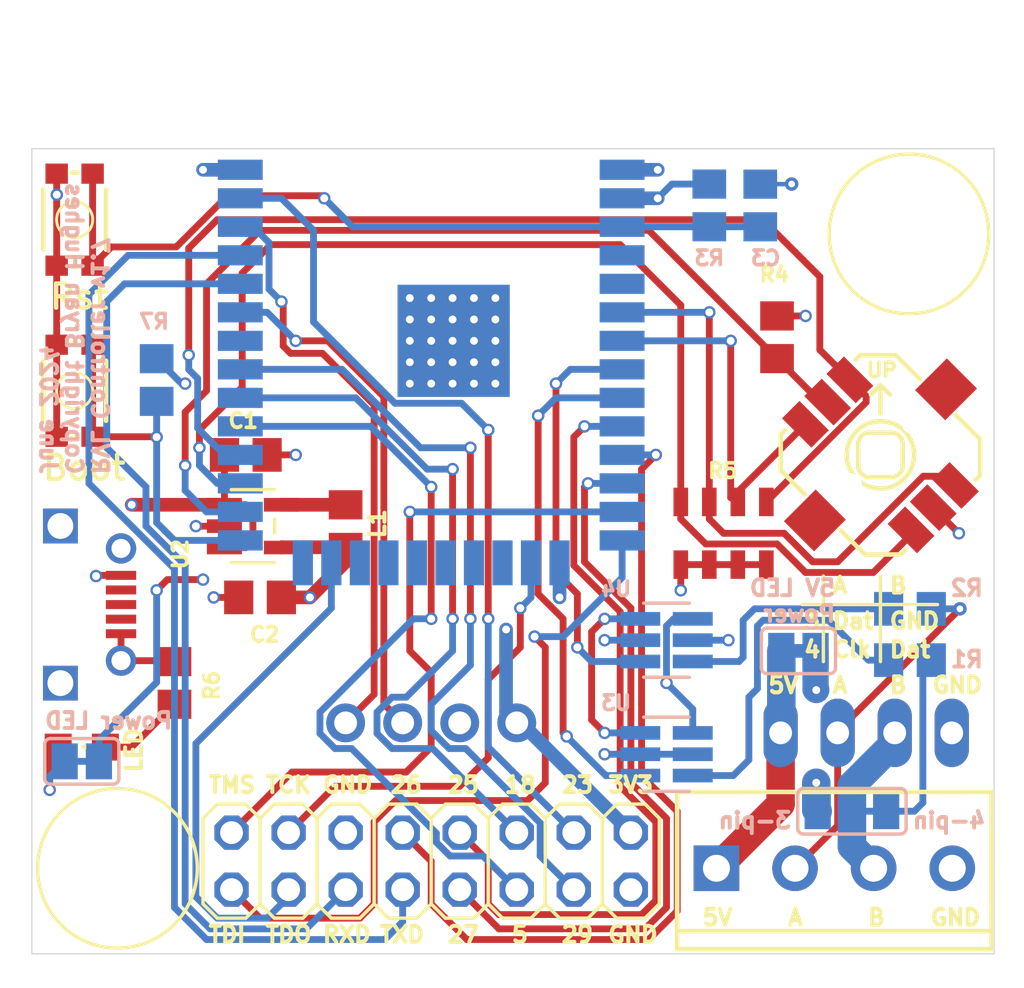
<source format=kicad_pcb>
(kicad_pcb (version 20221018) (generator pcbnew)

  (general
    (thickness 1.6)
  )

  (paper "A4")
  (layers
    (0 "F.Cu" signal)
    (1 "In1.Cu" signal)
    (2 "In2.Cu" signal)
    (31 "B.Cu" signal)
    (32 "B.Adhes" user "B.Adhesive")
    (33 "F.Adhes" user "F.Adhesive")
    (34 "B.Paste" user)
    (35 "F.Paste" user)
    (36 "B.SilkS" user "B.Silkscreen")
    (37 "F.SilkS" user "F.Silkscreen")
    (38 "B.Mask" user)
    (39 "F.Mask" user)
    (40 "Dwgs.User" user "User.Drawings")
    (41 "Cmts.User" user "User.Comments")
    (42 "Eco1.User" user "User.Eco1")
    (43 "Eco2.User" user "User.Eco2")
    (44 "Edge.Cuts" user)
    (45 "Margin" user)
    (46 "B.CrtYd" user "B.Courtyard")
    (47 "F.CrtYd" user "F.Courtyard")
    (48 "B.Fab" user)
    (49 "F.Fab" user)
    (50 "User.1" user)
    (51 "User.2" user)
    (52 "User.3" user)
    (53 "User.4" user)
    (54 "User.5" user)
    (55 "User.6" user)
    (56 "User.7" user)
    (57 "User.8" user)
    (58 "User.9" user)
  )

  (setup
    (pad_to_mask_clearance 0)
    (pcbplotparams
      (layerselection 0x00010fc_ffffffff)
      (plot_on_all_layers_selection 0x0000000_00000000)
      (disableapertmacros false)
      (usegerberextensions false)
      (usegerberattributes true)
      (usegerberadvancedattributes true)
      (creategerberjobfile true)
      (dashed_line_dash_ratio 12.000000)
      (dashed_line_gap_ratio 3.000000)
      (svgprecision 4)
      (plotframeref false)
      (viasonmask false)
      (mode 1)
      (useauxorigin false)
      (hpglpennumber 1)
      (hpglpenspeed 20)
      (hpglpendiameter 15.000000)
      (dxfpolygonmode true)
      (dxfimperialunits true)
      (dxfusepcbnewfont true)
      (psnegative false)
      (psa4output false)
      (plotreference true)
      (plotvalue true)
      (plotinvisibletext false)
      (sketchpadsonfab false)
      (subtractmaskfromsilk false)
      (outputformat 1)
      (mirror false)
      (drillshape 1)
      (scaleselection 1)
      (outputdirectory "")
    )
  )

  (net 0 "")
  (net 1 "GND")
  (net 2 "+3.3V")
  (net 3 "Net-(J1-Pad2)")
  (net 4 "+5V")
  (net 5 "LED_CLOCK")
  (net 6 "LED_DATA")
  (net 7 "Net-(J1-Pad3)")
  (net 8 "TXD")
  (net 9 "RXD")
  (net 10 "GPIO23")
  (net 11 "SDA")
  (net 12 "SCL")
  (net 13 "Net-(U2-SW)")
  (net 14 "DOWN")
  (net 15 "UP")
  (net 16 "LEFT")
  (net 17 "RIGHT")
  (net 18 "CENTER")
  (net 19 "TDO")
  (net 20 "TDI")
  (net 21 "TCK")
  (net 22 "TMS")
  (net 23 "Net-(LED1-PadC)")
  (net 24 "GPIO27")
  (net 25 "GPIO25")
  (net 26 "GPIO26")
  (net 27 "Net-(U3-A)")
  (net 28 "Net-(U4-A)")
  (net 29 "GPIO5")
  (net 30 "GPIO18")
  (net 31 "GPIO19")
  (net 32 "Net-(U$2-EN)")
  (net 33 "Net-(U$2-IO0)")
  (net 34 "unconnected-(U$2-SENSOR_VP-Pad4)")
  (net 35 "unconnected-(U$2-SENSOR_VN-Pad5)")
  (net 36 "unconnected-(U$2-SD2-Pad17)")
  (net 37 "unconnected-(U$2-SD3-Pad18)")
  (net 38 "unconnected-(U$2-CMD-Pad19)")
  (net 39 "unconnected-(U$2-CLK-Pad20)")
  (net 40 "unconnected-(U$2-SD0-Pad21)")
  (net 41 "unconnected-(U$2-SD1-Pad22)")
  (net 42 "unconnected-(U$2-IO2-Pad24)")
  (net 43 "unconnected-(U$2-NC-Pad32)")
  (net 44 "unconnected-(U1-D--Pad2)")
  (net 45 "unconnected-(U1-D+-Pad3)")
  (net 46 "unconnected-(U1-ID-Pad4)")

  (footprint "controller:SCREWTERMINAL-3.5MM-4" (layer "F.Cu") (at 157.55985 119.1261))

  (footprint "controller:R0805" (layer "F.Cu") (at 133.42985 110.8711 -90))

  (footprint "controller:1X04" (layer "F.Cu") (at 164.22735 113.0936))

  (footprint "controller:MF05A-M" (layer "F.Cu") (at 136.92235 103.8861))

  (footprint "MountingHole:MountingHole_3.5mm" (layer "F.Cu") (at 166.116 90.932))

  (footprint "controller:TACTILE_SWITCH_SMD_4.6X2.8MM" (layer "F.Cu") (at 128.98485 97.8536 90))

  (footprint "controller:TACTILE_SWITCH_SMD_4.6X2.8MM" (layer "F.Cu") (at 128.98485 90.2336 -90))

  (footprint "controller:CHIPLED_0805" (layer "F.Cu") (at 129.30235 113.7286 -90))

  (footprint "controller:R0805" (layer "F.Cu") (at 160.2586 95.47235 90))

  (footprint "controller:JOYSTICK_MINI" (layer "F.Cu") (at 164.86235 100.7111 -45))

  (footprint "controller:C0805" (layer "F.Cu") (at 141.04985 103.8861 -90))

  (footprint "controller:2012-4N-CONCAVE" (layer "F.Cu") (at 157.87735 104.2036))

  (footprint "controller:C0805" (layer "F.Cu") (at 137.23985 107.0611 180))

  (footprint "controller:2X08" (layer "F.Cu") (at 144.85985 118.8086 180))

  (footprint "controller:C0805" (layer "F.Cu") (at 136.60485 100.7111))

  (footprint "controller:SSD1306-OLED" (layer "F.Cu") (at 144.85985 114.6811))

  (footprint "MountingHole:MountingHole_3.5mm" (layer "F.Cu") (at 130.81 119.126))

  (footprint "controller:10118194-MICRO-USB" (layer "F.Cu") (at 128.34985 107.3786 -90))

  (footprint "controller:DBV6-M" (layer "B.Cu") (at 155.33735 114.0461 180))

  (footprint "controller:C0805" (layer "B.Cu") (at 159.512 89.601 90))

  (footprint "controller:R0805" (layer "B.Cu") (at 166.177 109.855))

  (footprint "controller:SJ_2" (layer "B.Cu") (at 163.59235 116.5861 180))

  (footprint "controller:SJ" (layer "B.Cu") (at 161.2111 109.44235))

  (footprint "controller:R0805" (layer "B.Cu") (at 132.6361 97.37735 90))

  (footprint "controller:DBV6-M" (layer "B.Cu") (at 155.33735 108.9661 180))

  (footprint "controller:SJ" (layer "B.Cu") (at 129.30235 114.3636 180))

  (footprint "controller:ESP32-WROOM-32D" (layer "B.Cu") (at 144.85985 88.0111 180))

  (footprint "controller:R0805" (layer "B.Cu") (at 166.177 107.569))

  (footprint "controller:R0805" (layer "B.Cu") (at 157.24235 89.5986 90))

  (gr_line (start 162.32235 106.1086) (end 162.32235 109.9186)
    (stroke (width 0.1524) (type solid)) (layer "F.SilkS") (tstamp 0586f060-e272-4c23-8410-e73a75c2f6b7))
  (gr_circle (center 130.88985 119.1261) (end 134.44585 119.1261)
    (stroke (width 0.1524) (type solid)) (fill none) (layer "F.SilkS") (tstamp 06578e20-1f0a-4d7f-8509-7bb4314ba8ee))
  (gr_line (start 164.86235 106.1086) (end 164.86235 109.9186)
    (stroke (width 0.1524) (type solid)) (layer "F.SilkS") (tstamp c448ac9e-0d79-4fe7-98a7-a61200001641))
  (gr_circle (center 166.13235 90.8686) (end 169.68835 90.8686)
    (stroke (width 0.1524) (type solid)) (fill none) (layer "F.SilkS") (tstamp cd5f317e-5278-4bc7-8888-cbfb52e006e5))
  (gr_line (start 161.36985 107.3786) (end 167.40235 107.3786)
    (stroke (width 0.1524) (type solid)) (layer "F.SilkS") (tstamp dc280b98-17f0-4a44-b2c2-da97a43e2233))
  (gr_line (start 169.92235 122.9361) (end 169.92235 87.0711)
    (stroke (width 0.05) (type solid)) (layer "Edge.Cuts") (tstamp 095d7907-971e-4e2c-93bc-34415726384f))
  (gr_line (start 169.92235 87.0711) (end 127.07985 87.0711)
    (stroke (width 0.05) (type solid)) (layer "Edge.Cuts") (tstamp 17cd5c8f-41bd-4e54-a6cb-ca4a22d33586))
  (gr_line (start 127.07985 87.0711) (end 127.07985 122.9361)
    (stroke (width 0.05) (type solid)) (layer "Edge.Cuts") (tstamp 627977d7-5994-4789-b870-dd3dcabb3d5e))
  (gr_line (start 127.07985 122.9361) (end 169.92235 122.9361)
    (stroke (width 0.05) (type solid)) (layer "Edge.Cuts") (tstamp e51bd37a-7288-4cb5-9917-961525c00bb8))
  (gr_text "5V LED\nPower" (at 162.941 108.204) (layer "B.SilkS") (tstamp 174c40d2-ca88-4f63-993a-09be7b0ad9b2)
    (effects (font (size 0.7112 0.7112) (thickness 0.1778)) (justify left bottom mirror))
  )
  (gr_text "4-pin" (at 169.62485 116.5861) (layer "B.SilkS") (tstamp 20bca029-433b-4ca6-848f-2fcca65bb9b8)
    (effects (font (size 0.7112 0.7112) (thickness 0.1778)) (justify left top mirror))
  )
  (gr_text "3-pin" (at 157.55985 116.5861) (layer "B.SilkS") (tstamp 8e46a53b-807f-4987-a838-733271b0d048)
    (effects (font (size 0.7112 0.7112) (thickness 0.1778)) (justify right top mirror))
  )
  (gr_text "Power LED" (at 133.42985 112.1411) (layer "B.SilkS") (tstamp 909eaae0-92d8-4af9-82bf-acd803dc398c)
    (effects (font (size 0.7112 0.7112) (thickness 0.1778)) (justify left top mirror))
  )
  (gr_text "RVL Controller v1.7\nCopyright Bryan Hughes\nJune 2024" (at 127.39735 101.6636 270) (layer "B.SilkS") (tstamp f74a3c80-865a-4704-ac0c-453004deedc6)
    (effects (font (size 0.7112 0.7112) (thickness 0.1778)) (justify left bottom mirror))
  )
  (gr_text "GND" (at 167.08485 110.5536) (layer "F.SilkS") (tstamp 10d0a216-02a5-4ae5-ac51-dc42b6cb6d99)
    (effects (font (size 0.7112 0.7112) (thickness 0.1778)) (justify left top))
  )
  (gr_text "A" (at 160.655 120.904) (layer "F.SilkS") (tstamp 15c36af2-d42a-4487-a5d2-691f3e9ac9ec)
    (effects (font (size 0.7112 0.7112) (thickness 0.1778)) (justify left top))
  )
  (gr_text "Boot" (at 127.46085 101.9176) (layer "F.SilkS") (tstamp 25992b34-e940-470d-a2e0-8711dc2f5da9)
    (effects (font (size 1.0795 1.0795) (thickness 0.1905)) (justify left bottom))
  )
  (gr_text "TCK" (at 137.3986 114.9986) (layer "F.SilkS") (tstamp 2853a808-5159-4612-be04-64f70786ce30)
    (effects (font (size 0.7112 0.7112) (thickness 0.1778)) (justify left top))
  )
  (gr_text "TDO" (at 137.3986 121.6661) (layer "F.SilkS") (tstamp 2b9fb8ea-bd8a-423b-8a6b-0ed0ce23164f)
    (effects (font (size 0.7112 0.7112) (thickness 0.1778)) (justify left top))
  )
  (gr_text "LED" (at 131.20735 112.7761 90) (layer "F.SilkS") (tstamp 2bfde3ca-bbd6-4735-ac03-15dc6d5f5db9)
    (effects (font (size 0.7112 0.7112) (thickness 0.1778)) (justify right top))
  )
  (gr_text "25" (at 145.49485 114.9986) (layer "F.SilkS") (tstamp 2ce6665e-1260-4714-8967-daa05be7dd5f)
    (effects (font (size 0.7112 0.7112) (thickness 0.1778)) (justify left top))
  )
  (gr_text "GND" (at 167.005 120.904) (layer "F.SilkS") (tstamp 3347e143-c533-43f8-a32c-c23ec6d78b80)
    (effects (font (size 0.7112 0.7112) (thickness 0.1778)) (justify left top))
  )
  (gr_text "4" (at 161.36985 108.9661) (layer "F.SilkS") (tstamp 3c51ac4c-b726-408b-aab7-79e8cb1fab9b)
    (effects (font (size 0.7112 0.7112) (thickness 0.1778)) (justify left top))
  )
  (gr_text "23" (at 150.57485 114.9986) (layer "F.SilkS") (tstamp 42bbea4f-97c9-44ff-92e0-304a87ac59ba)
    (effects (font (size 0.7112 0.7112) (thickness 0.1778)) (justify left top))
  )
  (gr_text "27" (at 145.49485 121.6661) (layer "F.SilkS") (tstamp 42db8940-1d67-4ef4-9e17-c08db5ae6a80)
    (effects (font (size 0.7112 0.7112) (thickness 0.1778)) (justify left top))
  )
  (gr_text "B" (at 165.17985 106.1086) (layer "F.SilkS") (tstamp 4640d14c-5759-4c67-92f2-661625976ed3)
    (effects (font (size 0.7112 0.7112) (thickness 0.1778)) (justify left top))
  )
  (gr_text "29" (at 150.57485 121.6661) (layer "F.SilkS") (tstamp 539b120c-e6e1-4c6a-844a-1045ed195a5c)
    (effects (font (size 0.7112 0.7112) (thickness 0.1778)) (justify left top))
  )
  (gr_text "Dat" (at 162.63985 107.6961) (layer "F.SilkS") (tstamp 5e208f26-16ae-4db6-bf26-575e83b4c91b)
    (effects (font (size 0.7112 0.7112) (thickness 0.1778)) (justify left top))
  )
  (gr_text "GND" (at 165.17985 107.6961) (layer "F.SilkS") (tstamp 622f387e-dd25-4d91-bac6-4c7ebf251457)
    (effects (font (size 0.7112 0.7112) (thickness 0.1778)) (justify left top))
  )
  (gr_text "5V" (at 159.78235 110.5536) (layer "F.SilkS") (tstamp 6bc075e9-8833-40f1-9975-85542d966cb3)
    (effects (font (size 0.7112 0.7112) (thickness 0.1778)) (justify left top))
  )
  (gr_text "3V3" (at 152.6386 114.9986) (layer "F.SilkS") (tstamp 781f3b94-ad06-480a-a1fa-45b1e6816aa2)
    (effects (font (size 0.7112 0.7112) (thickness 0.1778)) (justify left top))
  )
  (gr_text "TXD" (at 142.4786 121.6661) (layer "F.SilkS") (tstamp 7a2f69e3-f752-4e15-abe1-76ccb855dfa4)
    (effects (font (size 0.7112 0.7112) (thickness 0.1778)) (justify left top))
  )
  (gr_text "26" (at 142.95485 114.9986) (layer "F.SilkS") (tstamp 7b7c6459-0f15-4677-adb9-6bece51401f5)
    (effects (font (size 0.7112 0.7112) (thickness 0.1778)) (justify left top))
  )
  (gr_text "A" (at 162.63985 110.5536) (layer "F.SilkS") (tstamp 8a8b7eeb-98a0-4826-be81-bf6ed310a841)
    (effects (font (size 0.7112 0.7112) (thickness 0.1778)) (justify left top))
  )
  (gr_text "GND" (at 152.6386 121.6661) (layer "F.SilkS") (tstamp 8f549e68-54af-474d-a9bb-bb233ae5a68a)
    (effects (font (size 0.7112 0.7112) (thickness 0.1778)) (justify left top))
  )
  (gr_text "3" (at 161.36985 107.6961) (layer "F.SilkS") (tstamp 9730e400-7fac-485f-89eb-87ee30c03f25)
    (effects (font (size 0.7112 0.7112) (thickness 0.1778)) (justify left top))
  )
  (gr_text "Clk" (at 162.63985 108.9661) (layer "F.SilkS") (tstamp a81f70c0-2ea6-4a36-8c57-f26130d6a329)
    (effects (font (size 0.7112 0.7112) (thickness 0.1778)) (justify left top))
  )
  (gr_text "Dat" (at 165.17985 108.9661) (layer "F.SilkS") (tstamp b915dc79-6535-444b-945a-9fc0f884b63f)
    (effects (font (size 0.7112 0.7112) (thickness 0.1778)) (justify left top))
  )
  (gr_text "RXD" (at 139.9386 121.6661) (layer "F.SilkS") (tstamp bb8c043f-a2c1-4289-adcc-9e1fc735b0cc)
    (effects (font (size 0.7112 0.7112) (thickness 0.1778)) (justify left top))
  )
  (gr_text "5V" (at 156.845 120.904) (layer "F.SilkS") (tstamp d38c6b40-afa2-475d-a834-5a52312ea3ff)
    (effects (font (size 0.7112 0.7112) (thickness 0.1778)) (justify left top))
  )
  (gr_text "A" (at 162.63985 106.1086) (layer "F.SilkS") (tstamp de359514-e876-4709-af39-0bba40062fce)
    (effects (font (size 0.7112 0.7112) (thickness 0.1778)) (justify left top))
  )
  (gr_text "18" (at 148.03485 114.9986) (layer "F.SilkS") (tstamp e751017d-7db3-4d5b-a3dd-8056737f849f)
    (effects (font (size 0.7112 0.7112) (thickness 0.1778)) (justify left top))
  )
  (gr_text "5" (at 148.35235 121.6661) (layer "F.SilkS") (tstamp e99f52ee-91cd-4570-9adb-16a19f84a2cf)
    (effects (font (size 0.7112 0.7112) (thickness 0.1778)) (justify left top))
  )
  (gr_text "B" (at 164.211 120.904) (layer "F.SilkS") (tstamp ee12074b-a68e-4e08-b928-2a1a928e44dd)
    (effects (font (size 0.7112 0.7112) (thickness 0.1778)) (justify left top))
  )
  (gr_text "TDI" (at 134.8586 121.6661) (layer "F.SilkS") (tstamp f1738baa-9786-4cb0-a707-d0b100f39f68)
    (effects (font (size 0.7112 0.7112) (thickness 0.1778)) (justify left top))
  )
  (gr_text "GND" (at 139.9386 114.9986) (layer "F.SilkS") (tstamp f20d5e6d-0f9c-4ba8-b527-ffe127bb5bf7)
    (effects (font (size 0.7112 0.7112) (thickness 0.1778)) (justify left top))
  )
  (gr_text "TMS" (at 134.8586 114.9986) (layer "F.SilkS") (tstamp f26f1461-b660-4cce-920e-bab337313c03)
    (effects (font (size 0.7112 0.7112) (thickness 0.1778)) (justify left top))
  )
  (gr_text "Rst" (at 127.77835 94.2976) (layer "F.SilkS") (tstamp f372e226-8cf0-497d-b93e-e78797ce5498)
    (effects (font (size 1.0795 1.0795) (thickness 0.1905)) (justify left bottom))
  )
  (gr_text "B" (at 165.17985 110.5536) (layer "F.SilkS") (tstamp ffb28d4b-4ce3-456e-b99f-9b0c839f90ba)
    (effects (font (size 0.7112 0.7112) (thickness 0.1778)) (justify left top))
  )

  (segment (start 168.354846 104.2036) (end 168.35485 104.2036) (width 0.3048) (layer "F.Cu") (net 1) (tstamp 26f48dd7-3da9-475c-abe7-e18d10e11816))
  (segment (start 128.18485 89.1161) (end 128.18485 88.1836) (width 0.3048) (layer "F.Cu") (net 1) (tstamp 2e0a6470-48be-432d-8d5b-835b43a1567b))
  (segment (start 128.18485 89.1286) (end 128.1911 89.12235) (width 0.3048) (layer "F.Cu") (net 1) (tstamp 36b71698-fe92-48f2-84c3-0930279ceee0))
  (segment (start 128.18485 95.8036) (end 128.18485 92.2836) (width 0.3048) (layer "F.Cu") (net 1) (tstamp 52457cf4-aed6-4bd4-bd7b-e7a93012a923))
  (segment (start 131.04985 108.6786) (end 131.04985 109.8786) (width 0.3048) (layer "F.Cu") (net 1) (tstamp 65979ac2-9aa8-47fd-abd1-44ccabe73763))
  (segment (start 128.18485 99.9036) (end 128.18485 95.8036) (width 0.3048) (layer "F.Cu") (net 1) (tstamp 72f67dcf-89a6-4956-9acf-b6e37c70b8e5))
  (segment (start 131.04985 109.8786) (end 133.38735 109.8786) (width 0.3048) (layer "F.Cu") (net 1) (tstamp 7c8917fb-182e-4495-8a6e-1f5c4cdd832a))
  (segment (start 133.38735 109.8786) (end 133.42985 109.9211) (width 0.3048) (layer "F.Cu") (net 1) (tstamp 7fc7d904-4eab-4b1a-b5bc-a1f2bf04428b))
  (segment (start 128.18485 92.2836) (end 128.18485 89.1286) (width 0.3048) (layer "F.Cu") (net 1) (tstamp b35f729b-c7dc-46b3-a0ec-147a98565b2e))
  (segment (start 128.1911 89.12235) (end 128.18485 89.1161) (width 0.3048) (layer "F.Cu") (net 1) (tstamp b7063ead-26f4-4356-91dd-31b04a463fbc))
  (segment (start 136.28985 107.0611) (end 135.1761 107.0611) (width 0.3048) (layer "F.Cu") (net 1) (tstamp c1af0a71-b0ff-4444-a63c-cb1894d601da))
  (segment (start 167.213478 103.062232) (end 168.354846 104.2036) (width 0.3048) (layer "F.Cu") (net 1) (tstamp d20afe24-cd8a-418a-ad9e-975039a0227c))
  (segment (start 135.65315 103.8861) (end 134.38235 103.8861) (width 0.3048) (layer "F.Cu") (net 1) (tstamp d3ddb3a4-ca7b-4336-b3ce-2a5ac565820b))
  (segment (start 137.55485 100.7111) (end 138.82735 100.7111) (width 0.3048) (layer "F.Cu") (net 1) (tstamp f6821406-6da7-407b-9bd6-e24a78c8a954))
  (via (at 145.81235 93.7261) (size 0.5532) (drill 0.35) (layers "F.Cu" "B.Cu") (net 1) (tstamp 0385b80d-5392-4796-8858-bc8684090afc))
  (via (at 144.85985 96.5836) (size 0.5532) (drill 0.35) (layers "F.Cu" "B.Cu") (net 1) (tstamp 0abdefa7-7f97-4acd-8332-a0d8e7b47937))
  (via (at 143.90735 94.6786) (size 0.5532) (drill 0.35) (layers "F.Cu" "B.Cu") (net 1) (tstamp 10ecddaa-b50e-4912-be8e-010d893a15a1))
  (via (at 158.09325 108.9661) (size 0.5532) (drill 0.35) (layers "F.Cu" "B.Cu") (net 1) (tstamp 151b7a78-6c4c-40cc-871c-1b2d4ac18613))
  (via (at 143.90735 95.6311) (size 0.5532) (drill 0.35) (layers "F.Cu" "B.Cu") (net 1) (tstamp 1784f826-da02-45a8-a088-1ab1f6cabfdc))
  (via (at 147.71735 97.5361) (size 0.5532) (drill 0.35) (layers "F.Cu" "B.Cu") (net 1) (tstamp 209b2776-74a8-4e09-981b-525d0565dbc6))
  (via (at 147.71735 93.7261) (size 0.5532) (drill 0.35) (layers "F.Cu" "B.Cu") (net 1) (tstamp 2df79526-aeed-4e64-8663-79697a0e9968))
  (via (at 145.81235 95.6311) (size 0.5532) (drill 0.35) (layers "F.Cu" "B.Cu") (net 1) (tstamp 36ce376b-cccd-4353-a6c6-4e9ec302bfc5))
  (via (at 145.81235 96.5836) (size 0.5532) (drill 0.35) (layers "F.Cu" "B.Cu") (net 1) (tstamp 395e9521-913e-4521-be85-b73648664778))
  (via (at 145.81235 94.6786) (size 0.5532) (drill 0.35) (layers "F.Cu" "B.Cu") (net 1) (tstamp 4b1537b2-b076-40af-99cd-6ee112ec2693))
  (via (at 152.58145 114.0461) (size 0.5532) (drill 0.35) (layers "F.Cu" "B.Cu") (net 1) (tstamp 4e9b3c54-8ef9-4114-a53e-c835a3e16981))
  (via (at 146.76485 94.6786) (size 0.5532) (drill 0.35) (layers "F.Cu" "B.Cu") (net 1) (tstamp 524c2175-1031-4f12-80f6-4f2af652de5e))
  (via (at 146.76485 95.6311) (size 0.5532) (drill 0.35) (layers "F.Cu" "B.Cu") (net 1) (tstamp 539980af-9bd4-4b1b-819e-9cd8fdfb58a2))
  (via (at 146.76485 93.7261) (size 0.5532) (drill 0.35) (layers "F.Cu" "B.Cu") (net 1) (tstamp 5563aea3-7375-4362-b360-d9de05b9c795))
  (via (at 135.1761 107.0611) (size 0.5532) (drill 0.35) (layers "F.Cu" "B.Cu") (net 1) (tstamp 5c5772bc-874d-4efe-a68b-336773764c16))
  (via (at 152.58145 108.9661) (size 0.5532) (drill 0.35) (layers "F.Cu" "B.Cu") (net 1) (tstamp 618d915e-948a-4887-8999-286222fc70d4))
  (via (at 154.94735 88.0111) (size 0.5532) (drill 0.35) (layers "F.Cu" "B.Cu") (net 1) (tstamp 6572cc3f-403c-47c2-bc39-fea92809ebb5))
  (via (at 146.76485 97.5361) (size 0.5532) (drill 0.35) (layers "F.Cu" "B.Cu") (net 1) (tstamp 6ab916f3-d05c-4e20-941d-3dc921882f48))
  (via (at 143.90735 93.7261) (size 0.5532) (drill 0.35) (layers "F.Cu" "B.Cu") (net 1) (tstamp 7313fb7a-57ce-4dec-83d4-2b441b0fefaa))
  (via (at 162.00485 115.3161) (size 0.5532) (drill 0.35) (layers "F.Cu" "B.Cu") (net 1) (tstamp 829ac57a-e5be-468e-8e86-9c6bca50f911))
  (via (at 147.71735 95.6311) (size 0.5532) (drill 0.35) (layers "F.Cu" "B.Cu") (net 1) (tstamp 85740537-1cce-4c61-ae86-49b38eceafd2))
  (via (at 138.82735 100.7111) (size 0.5532) (drill 0.35) (layers "F.Cu" "B.Cu") (net 1) (tstamp 874035f4-9e8e-41a6-9ed5-e4644cfec6f6))
  (via (at 150.57485 107.0611) (size 0.5532) (drill 0.35) (layers "F.Cu" "B.Cu") (net 1) (tstamp 9346eacf-0411-4cb8-845c-5b5b02628cd9))
  (via (at 147.71735 96.5836) (size 0.5532) (drill 0.35) (layers "F.Cu" "B.Cu") (net 1) (tstamp 94e0c73e-f9e3-4cc2-9db6-efe926f9ef2b))
  (via (at 143.90735 97.5361) (size 0.5532) (drill 0.35) (layers "F.Cu" "B.Cu") (net 1) (tstamp a1cc7c1d-12fb-4ae1-b37e-4251be156117))
  (via (at 145.81235 97.5361) (size 0.5532) (drill 0.35) (layers "F.Cu" "B.Cu") (net 1) (tstamp a20113c8-8d25-4dbb-a16f-2d860f4254e8))
  (via (at 144.85985 94.6786) (size 0.5532) (drill 0.35) (layers "F.Cu" "B.Cu") (net 1) (tstamp a2e857b4-15ba-4678-8416-c457eb7063dc))
  (via (at 128.1911 89.12235) (size 0.5532) (drill 0.35) (layers "F.Cu" "B.Cu") (net 1) (tstamp a328febf-3915-48a2-b3f7-02ab74f06214))
  (via (at 144.85985 93.7261) (size 0.5532) (drill 0.35) (layers "F.Cu" "B.Cu") (net 1) (tstamp b1d85466-2ae3-4e99-bce8-51cdd35aec20))
  (via (at 147.71735 94.6786) (size 0.5532) (drill 0.35) (layers "F.Cu" "B.Cu") (net 1) (tstamp c4d5578b-6ed5-40ed-96bf-7f474fe3f884))
  (via (at 143.90735 96.5836) (size 0.5532) (drill 0.35) (layers "F.Cu" "B.Cu") (net 1) (tstamp cbec128b-7cf3-4f33-8eaa-fec2146a700f))
  (via (at 134.69985 88.0111) (size 0.5532) (drill 0.35) (layers "F.Cu" "B.Cu") (net 1) (tstamp d39d9ee5-4763-42f6-8098-4f147e15c745))
  (via (at 146.76485 96.5836) (size 0.5532) (drill 0.35) (layers "F.Cu" "B.Cu") (net 1) (tstamp d40fd228-18de-42d2-a5da-48995b7c0fd8))
  (via (at 144.85985 97.5361) (size 0.5532) (drill 0.35) (layers "F.Cu" "B.Cu") (net 1) (tstamp d67a00b9-667a-4ab3-bc00-93b018546571))
  (via (at 144.85985 95.6311) (size 0.5532) (drill 0.35) (layers "F.Cu" "B.Cu") (net 1) (tstamp db299d0b-f0c6-4461-af53-d1ece90baecc))
  (via (at 134.38235 103.8861) (size 0.5532) (drill 0.35) (layers "F.Cu" "B.Cu") (net 1) (tstamp ee76282e-6acb-4c83-8f3b-f9aabf404bf0))
  (via (at 160.909 88.646) (size 0.6) (drill 0.3) (layers "F.Cu" "B.Cu") (net 1) (tstamp f4ba3dd0-9a85-43ec-83a5-32f91720dcc3))
  (via (at 168.35485 104.2036) (size 0.5532) (drill 0.35) (layers "F.Cu" "B.Cu") (net 1) (tstamp fce3675f-e31f-486c-869a-5bfb0cf8725f))
  (segment (start 150.57485 105.5211) (end 150.57485 107.0611) (width 0.6096) (layer "B.Cu") (net 1) (tstamp 24b70680-0ff5-49cf-bec6-3937871ea4e1))
  (segment (start 153.35985 88.0111) (end 154.94735 88.0111) (width 0.6096) (layer "B.Cu") (net 1) (tstamp 371bde74-23cd-444d-afd6-768eac9cf5d5))
  (segment (start 162.00485 116.5226) (end 162.06835 116.5861) (width 1.27) (layer "B.Cu") (net 1) (tstamp 372f05bc-ef8a-4345-88ff-3c63e774318b))
  (segment (start 162.00485 115.3161) (end 162.00485 116.5226) (width 1.27) (layer "B.Cu") (net 1) (tstamp 429df42e-2077-4129-a3da-066a37c87d02))
  (segment (start 136.35985 88.0111) (end 134.69985 88.0111) (width 0.6096) (layer "B.Cu") (net 1) (tstamp 4cd1d19a-d363-40c9-9e7f-f315157a02fc))
  (segment (start 152.58145 108.9661) (end 154.16895 108.9661) (width 0.3048) (layer "B.Cu") (net 1) (tstamp 70954d39-d67d-4c28-98be-c1f6f8aeac5e))
  (segment (start 145.85985 95.6311) (end 145.81235 95.6786) (width 0.6096) (layer "B.Cu") (net 1) (tstamp 826b13ba-2c4e-4dc7-8553-a7fc6664cf60))
  (segment (start 160.904 88.651) (end 160.909 88.646) (width 0.2) (layer "B.Cu") (net 1) (tstamp 993e5fed-07ab-4e1f-93c0-039c15e65ea9))
  (segment (start 145.81235 95.6786) (end 145.81235 96.5836) (width 0.6096) (layer "B.Cu") (net 1) (tstamp abdfff77-12dc-4e12-95af-a74f58412434))
  (segment (start 159.512 88.651) (end 160.904 88.651) (width 0.2) (layer "B.Cu") (net 1) (tstamp c2368e48-7dac-4c91-8777-8c22d040c048))
  (segment (start 156.50575 108.9661) (end 158.09325 108.9661) (width 0.3048) (layer "B.Cu") (net 1) (tstamp e3db9e02-2e79-453c-bcc5-09f4e04a9080))
  (segment (start 154.16895 114.0461) (end 156.50575 114.0461) (width 0.3048) (layer "B.Cu") (net 1) (tstamp e62fc3e3-5d57-46d8-983d-7ae4dbda24a0))
  (segment (start 152.58145 114.0461) (end 154.16895 114.0461) (width 0.3048) (layer "B.Cu") (net 1) (tstamp e84263a2-946d-41c7-800a-edc7ce4da673))
  (segment (start 127.8736 114.10735) (end 128.25235 113.7286) (width 0.3048) (layer "F.Cu") (net 2) (tstamp 018c23c6-5d86-4aad-804b-b13b305a7d8a))
  (segment (start 152.58145 108.0161) (end 152.0036 108.59395) (width 0.3048) (layer "F.Cu") (net 2) (tstamp 0d5e7756-a362-4a89-a11a-ac64e6f727d8))
  (segment (start 152.0036 112.51825) (end 152.58145 113.0961) (width 0.3048) (layer "F.Cu") (net 2) (tstamp 13b80ecd-0032-470a-a591-839eb3ee9a2b))
  (segment (start 133.11235 106.26735) (end 134.69985 106.26735) (width 0.3048) (layer "F.Cu") (net 2) (tstamp 1be66fcf-f9bb-4907-a50c-1e411ce9ceaf))
  (segment (start 161.5261 94.52235) (end 161.5286 94.51985) (width 0.3048) (layer "F.Cu") (net 2) (tstamp 23f49c8c-93bf-4b16-a084-5f871bdf1409))
  (segment (start 141.04985 104.8261) (end 141.04985 105.4711) (width 0.6096) (layer "F.Cu") (net 2) (tstamp 42ff77ab-b57b-4c5a-85fe-e455006bd40a))
  (segment (start 152.0036 108.59395) (end 152.0036 112.51825) (width 0.3048) (layer "F.Cu") (net 2) (tstamp 4dcac955-0100-49d0-b414-6d52769098a2))
  (segment (start 157.24235 105.6006) (end 158.51235 105.6006) (width 0.3048) (layer "F.Cu") (net 2) (tstamp 4e79d6ed-bc38-4c1e-af05-b01ac0052556))
  (segment (start 155.97235 106.7436) (end 155.97235 105.6006) (width 0.3048) (layer "F.Cu") (net 2) (tstamp 5262783f-49d0-4575-80d5-55f03e4ef9ad))
  (segment (start 138.20405 104.8261) (end 141.04985 104.8261) (width 0.6096) (layer "F.Cu") (net 2) (tstamp 58337835-423d-4ce8-aea4-3610c983e647))
  (segment (start 155.97235 105.6006) (end 157.24235 105.6006) (width 0.3048) (layer "F.Cu") (net 2) (tstamp 6f0df66e-c308-4721-a774-22f6559cded0))
  (segment (start 141.04985 105.4711) (end 139.45985 107.0611) (width 0.6096) (layer "F.Cu") (net 2) (tstamp 75cb70d0-d25a-4d25-abe6-e1c53ce69269))
  (segment (start 158.51235 105.6006) (end 159.78235 105.6006) (width 0.3048) (layer "F.Cu") (net 2) (tstamp 92b0fd60-2a19-426d-af43-fe2ea8d8b37c))
  (segment (start 160.2586 94.52235) (end 161.5261 94.52235) (width 0.3048) (layer "F.Cu") (net 2) (tstamp a11f3523-503e-48ea-b032-6f59e41ec7e4))
  (segment (start 139.45985 107.0611) (end 138.18985 107.0611) (width 0.6096) (layer "F.Cu") (net 2) (tstamp b92d386f-ffeb-401a-8254-bc4d60085a3e))
  (segment (start 132.6361 106.7436) (end 133.11235 106.26735) (width 0.3048) (layer "F.Cu") (net 2) (tstamp ca3713a4-c2c4-403d-aa9e-4153d312aa4c))
  (segment (start 138.19155 104.8386) (end 138.20405 104.8261) (width 0.6096) (layer "F.Cu") (net 2) (tstamp e8f6475d-1cff-470d-b023-e12dc5f89825))
  (segment (start 127.8736 115.6336) (end 127.8736 114.10735) (width 0.3048) (layer "F.Cu") (net 2) (tstamp fa5b7df5-3912-439d-81ac-349f44682916))
  (via (at 161.5286 94.51985) (size 0.5532) (drill 0.35) (layers "F.Cu" "B.Cu") (net 2) (tstamp 10e41608-11d2-455f-9036-dd181c280451))
  (via (at 139.45985 107.0611) (size 0.5532) (drill 0.35) (layers "F.Cu" "B.Cu") (net 2) (tstamp 3f90315d-3d8c-4aef-9762-0679a63316e2))
  (via (at 152.58145 108.0161) (size 0.5532) (drill 0.35) (layers "F.Cu" "B.Cu") (net 2) (tstamp 55e46992-a6ee-4f6b-9500-a3581a59de3a))
  (via (at 152.58145 113.0961) (size 0.5532) (drill 0.35) (layers "F.Cu" "B.Cu") (net 2) (tstamp 5cff56d9-9dbd-4f4e-ac2c-40ea913ef599))
  (via (at 155.97235 106.7436) (size 0.5532) (drill 0.35) (layers "F.Cu" "B.Cu") (net 2) (tstamp 6f5ff469-9c0f-4d36-bd5d-3e7534bcc5ef))
  (via (at 134.69985 106.26735) (size 0.5532) (drill 0.35) (layers "F.Cu" "B.Cu") (net 2) (tstamp 79994293-9027-4b6e-ac96-17ca7158f495))
  (via (at 132.6361 106.7436) (size 0.5532) (drill 0.35) (layers "F.Cu" "B.Cu") (net 2) (tstamp 7b4429bc-4c99-4d39-8e9d-ca972030cac9))
  (via (at 148.1936 108.48985) (size 0.5532) (drill 0.35) (layers "F.Cu" "B.Cu") (net 2) (tstamp 9a9b87bd-8f85-4906-a9d8-9d0a8f1b8472))
  (via (at 127.8736 115.6336) (size 0.5532) (drill 0.35) (layers "F.Cu" "B.Cu") (net 2) (tstamp 9af6fbff-84ba-48ae-a839-7fb160d58eaf))
  (via (at 133.9061 97.5361) (size 0.5532) (drill 0.35) (layers "F.Cu" "B.Cu") (net 2) (tstamp c4f76aea-c504-4520-b93e-f273c3db0601))
  (via (at 154.94735 89.2811) (size 0.5532) (drill 0.35) (layers "F.Cu" "B.Cu") (net 2) (tstamp e29d3054-9b85-46f7-9ccd-524f7e00cd5c))
  (segment (start 132.6361 106.7436) (end 132.6361 110.83935) (width 0.3048) (layer "B.Cu") (net 2) (tstamp 0a0a1af9-f2e8-40c5-a139-d7fdc3f96cb0))
  (segment (start 132.6361 110.83935) (end 130.06435 113.4111) (width 0.3048) (layer "B.Cu") (net 2) (tstamp 0d708f60-fdc8-4c30-a17d-e234a9ba72a7))
  (segment (start 153.74985 117.5386) (end 148.86035 112.6491) (width 0.6096) (layer "B.Cu") (net 2) (tstamp 1e66da0c-23b2-45a1-be8d-c19409762f77))
  (segment (start 127.8736 115.03035) (end 127.8736 115.6336) (width 0.3048) (layer "B.Cu") (net 2) (tstamp 3cc8b446-6236-4fa3-b1fd-e7bdbd971ccf))
  (segment (start 133.74485 97.5361) (end 133.9061 97.5361) (width 0.3048) (layer "B.Cu") (net 2) (tstamp 5047a7fd-5bf4-4166-b2f5-0ab7e7d9e75e))
  (segment (start 148.1936 112.17285) (end 148.1936 108.48985) (width 0.6096) (layer "B.Cu") (net 2) (tstamp 5ec4ba9c-e982-43b0-b1c6-598b07527c00))
  (segment (start 153.35985 89.2811) (end 154.94735 89.2811) (width 0.6096) (layer "B.Cu") (net 2) (tstamp 6365d981-6ef3-4f6e-8d20-0c168285025e))
  (segment (start 148.86035 112.6491) (end 148.66985 112.6491) (width 0.6096) (layer "B.Cu") (net 2) (tstamp 7517577c-41c3-4e7a-8cbe-8081ba437142))
  (segment (start 130.06435 114.3636) (end 128.54035 114.3636) (width 0.3048) (layer "B.Cu") (net 2) (tstamp a548b567-5729-45c5-914b-043cc2928d35))
  (segment (start 148.66985 112.6491) (end 148.1936 112.17285) (width 0.6096) (layer "B.Cu") (net 2) (tstamp a9f48793-a2ae-4eeb-8ba8-c40317556712))
  (segment (start 130.06435 113.4111) (end 130.06435 114.3636) (width 0.3048) (layer "B.Cu") (net 2) (tstamp b163433c-129d-4b2b-acdc-1b2e3b651049))
  (segment (start 132.6361 96.42735) (end 133.74485 97.5361) (width 0.3048) (layer "B.Cu") (net 2) (tstamp b5511983-90cb-4859-ae1c-c9c35376c1b6))
  (segment (start 152.58145 113.0961) (end 154.16895 113.0961) (width 0.3048) (layer "B.Cu") (net 2) (tstamp c0e257ae-bbaa-482e-85f5-6ea89c403225))
  (segment (start 152.58145 108.0161) (end 154.16895 108.0161) (width 0.3048) (layer "B.Cu") (net 2) (tstamp d609d0d2-6c71-48e5-bc25-3dae8df5de92))
  (segment (start 157.24235 88.6486) (end 155.57985 88.6486) (width 0.3048) (layer "B.Cu") (net 2) (tstamp e5055230-d9a8-4095-9a77-fb86670186c1))
  (segment (start 155.57985 88.6486) (end 154.94735 89.2811) (width 0.3048) (layer "B.Cu") (net 2) (tstamp f4b3ab2f-5b9d-4e9d-bc12-3523b2d52071))
  (segment (start 128.54035 114.3636) (end 127.8736 115.03035) (width 0.3048) (layer "B.Cu") (net 2) (tstamp f7e8894e-6512-4a3f-829e-7069ac2c979d))
  (segment (start 162.95735 113.0936) (end 162.95735 117.2286) (width 0.3048) (layer "F.Cu") (net 3) (tstamp 2d6316ec-7693-4ccc-a50b-19e79d611183))
  (segment (start 162.95735 113.01365) (end 162.95735 113.0936) (width 0.3048) (layer "F.Cu") (net 3) (tstamp 40b7c486-1a86-4b67-9767-e5219f93be03))
  (segment (start 168.402 107.569) (end 162.95735 113.01365) (width 0.3048) (layer "F.Cu") (net 3) (tstamp a2db978f-0332-4826-8254-3801109a198e))
  (segment (start 162.95735 117.2286) (end 161.05985 119.1261) (width 0.3048) (layer "F.Cu") (net 3) (tstamp ee227a4d-1fb2-42d7-8d30-5ea4fb5a12fd))
  (via (at 168.402 107.569) (size 0.6) (drill 0.3) (layers "F.Cu" "B.Cu") (net 3) (tstamp b3a101dd-c783-480f-a939-06ed0a80834c))
  (segment (start 167.127 107.569) (end 168.402 107.569) (width 0.3048) (layer "B.Cu") (net 3) (tstamp 93807287-b876-46c8-a078-5d994557be6d))
  (segment (start 162.95735 113.0936) (end 162.652112 113.0936) (width 0.3048) (layer "B.Cu") (net 3) (tstamp dc340da1-4812-4753-9b83-b1e4ee2e5476))
  (segment (start 135.65315 104.8386) (end 136.60485 104.8386) (width 0.3048) (layer "F.Cu") (net 4) (tstamp 1f1e2802-99d9-4e6d-acfe-fe187a5906a3))
  (segment (start 136.92235 103.2511) (end 136.60485 102.9336) (width 0.3048) (layer "F.Cu") (net 4) (tstamp 32118427-9e2a-4496-8c4e-ea45e974a358))
  (segment (start 136.60485 104.8386) (end 136.92235 104.5211) (width 0.3048) (layer "F.Cu") (net 4) (tstamp 39c0e58f-d001-4281-a03e-487e01046fb7))
  (segment (start 131.04985 106.0786) (end 129.96735 106.0786) (width 0.3048) (layer "F.Cu") (net 4) (tstamp 4e531c9d-04c2-4c7e-9b0a-cd5a0553f6ef))
  (segment (start 135.65485 100.7111) (end 135.65485 102.9319) (width 0.3048) (layer "F.Cu") (net 4) (tstamp 56f31bd4-7705-450f-8fcd-b81a1333186f))
  (segment (start 160.41735 113.0936) (end 160.41735 116.2686) (width 1.27) (layer "F.Cu") (net 4) (tstamp 76bf81b6-79b0-4245-9dbd-7503011ad35a))
  (segment (start 129.96735 106.0786) (end 129.93735 106.1086) (width 0.3048) (layer "F.Cu") (net 4) (tstamp 8811621a-ef77-40ae-94ad-35989c28ac70))
  (segment (start 136.60485 102.9336) (end 135.65315 102.9336) (width 0.3048) (layer "F.Cu") (net 4) (tstamp b52d723c-637d-45af-b21b-14b7e9488f78))
  (segment (start 160.41735 116.2686) (end 157.55985 119.1261) (width 1.27) (layer "F.Cu") (net 4) (tstamp bc9fa449-5411-496b-ae66-aebbd5f7f7d9))
  (segment (start 135.65485 102.9319) (end 135.65315 102.9336) (width 0.3048) (layer "F.Cu") (net 4) (tstamp c3a3e06f-ec17-44b2-acc4-04a3a3131bb4))
  (segment (start 131.52485 102.9336) (end 135.65315 102.9336) (width 0.6096) (layer "F.Cu") (net 4) (tstamp c51ddaed-504a-49fa-8921-fab5068326b1))
  (segment (start 136.92235 104.5211) (end 136.92235 103.2511) (width 0.3048) (layer "F.Cu") (net 4) (tstamp e45e55ae-f7b0-45e6-bcf2-1aec7cc089f4))
  (via (at 131.52485 102.9336) (size 0.5532) (drill 0.35) (layers "F.Cu" "B.Cu") (net 4) (tstamp 09ed75d8-9443-4d32-908c-3d40846fbab9))
  (via (at 162.00485 111.1886) (size 0.5532) (drill 0.35) (layers "F.Cu" "B.Cu") (net 4) (tstamp 754ddab6-816b-40a4-acda-8ae376d4e0a6))
  (via (at 155.33735 110.8711) (size 0.5532) (drill 0.35) (layers "F.Cu" "B.Cu") (net 4) (tstamp 77f81684-cc19-4614-83eb-b97f5cb80dcd))
  (via (at 129.93735 106.1086) (size 0.5532) (drill 0.35) (layers "F.Cu" "B.Cu") (net 4) (tstamp fd3ed3aa-71fb-4ba1-b43e-36ae70fcb5cb))
  (segment (start 155.33735 108.3311) (end 155.33735 110.8711) (width 0.3048) (layer "B.Cu") (net 4) (tstamp 117894e6-3add-40ac-8ac0-8ab5ea889114))
  (segment (start 155.33735 110.8711) (end 156.50575 112.0395) (width 0.3048) (layer "B.Cu") (net 4) (tstamp 25b9fc47-87ca-478c-a61f-90e038567b0b))
  (segment (start 155.65235 108.0161) (end 155.33735 108.3311) (width 0.3048) (layer "B.Cu") (net 4) (tstamp 27801f0d-0b3e-43f1-91be-a59a859dc826))
  (segment (start 160.4491 109.44235) (end 160.4491 113.06185) (width 1.27) (layer "B.Cu") (net 4) (tstamp 36a39cac-1b39-40f6-b566-37016047e997))
  (segment (start 160.4491 113.06185) (end 160.41735 113.0936) (width 1.27) (layer "B.Cu") (net 4) (tstamp 85ebb72e-5299-4a70-88ba-cb992321d3e7))
  (segment (start 160.4491 109.44235) (end 161.9731 109.44235) (width 0.6096) (layer "B.Cu") (net 4) (tstamp 9b801608-d037-4796-986a-fdc98a7edbcd))
  (segment (start 161.9731 111.15685) (end 162.00485 111.1886) (width 1.1684) (layer "B.Cu") (net 4) (tstamp b6ff2f61-cc2f-4173-b1cb-438ed1274735))
  (segment (start 156.50575 112.0395) (end 156.50575 113.0961) (width 0.3048) (layer "B.Cu") (net 4) (tstamp ba0f5be8-f0c8-4b16-bb82-bb9b98918f3c))
  (segment (start 161.9731 109.44235) (end 161.9731 111.15685) (width 1.1684) (layer "B.Cu") (net 4) (tstamp c51a203b-31f7-4615-9940-9b26e5336dd3))
  (segment (start 156.50575 108.0161) (end 155.65235 108.0161) (width 0.3048) (layer "B.Cu") (net 4) (tstamp e855f956-688a-410f-b374-c9ecfd091315))
  (segment (start 151.3686 109.2836) (end 151.3686 106.90235) (width 0.3048) (layer "F.Cu") (net 5) (tstamp 10686c87-55ee-4962-9cdc-3cf55ab79951))
  (segment (start 150.4161 105.94985) (end 150.4161 97.5361) (width 0.3048) (layer "F.Cu") (net 5) (tstamp 6ce32d1a-61bd-40d1-b193-ee38429a502e))
  (segment (start 151.3686 106.90235) (end 150.4161 105.94985) (width 0.3048) (layer "F.Cu") (net 5) (tstamp dff039c5-06c8-423e-85c3-01a313060d60))
  (via (at 151.3686 109.2836) (size 0.5532) (drill 0.35) (layers "F.Cu" "B.Cu") (net 5) (tstamp 08a02678-0ada-4df2-b564-6cd868fa9203))
  (via (at 150.4161 97.5361) (size 0.5532) (drill 0.35) (layers "F.Cu" "B.Cu") (net 5) (tstamp 13135e58-0120-4b0a-8c10-6193a88db56b))
  (segment (start 150.4161 97.5361) (end 151.0511 96.9011) (width 0.3048) (layer "B.Cu") (net 5) (tstamp 1c6d34b3-7f86-4d4b-8cfa-013a396a5adf))
  (segment (start 151.0511 96.9011) (end 153.35985 96.9011) (width 0.3048) (layer "B.Cu") (net 5) (tstamp 7e934163-2b6c-49da-ba35-93812f8d372f))
  (segment (start 154.16895 109.9161) (end 152.0011 109.9161) (width 0.3048) (layer "B.Cu") (net 5) (tstamp cb3b92b9-e7b7-4c91-a3da-4ccc885556cf))
  (segment (start 152.0011 109.9161) (end 151.3686 109.2836) (width 0.3048) (layer "B.Cu") (net 5) (tstamp fe6ad9ca-c0f2-47b7-a380-814e8f42404c))
  (segment (start 150.7336 108.0136) (end 149.62235 106.90235) (width 0.3048) (layer "F.Cu") (net 6) (tstamp 2d6e1fb2-d832-4843-b76f-5fc7c8e8913b))
  (segment (start 150.89235 113.25235) (end 150.7336 113.0936) (width 0.3048) (layer "F.Cu") (net 6) (tstamp 7f59ee1e-39b6-4860-b74c-99592685e5b5))
  (segment (start 150.7336 113.0936) (end 150.7336 108.0136) (width 0.3048) (layer "F.Cu") (net 6) (tstamp 96de9ad5-b353-4cfe-8ec9-af636d589ff6))
  (segment (start 149.62235 106.90235) (end 149.62235 98.96485) (width 0.3048) (layer "F.Cu") (net 6) (tstamp 99a243b0-6be1-4a77-a2c4-dc13676e38f0))
  (via (at 150.89235 113.25235) (size 0.5532) (drill 0.35) (layers "F.Cu" "B.Cu") (net 6) (tstamp 315a8f02-c8ca-490b-9aad-3d799a4c8a35))
  (via (at 149.62235 98.96485) (size 0.5532) (drill 0.35) (layers "F.Cu" "B.Cu") (net 6) (tstamp 699eb341-1718-4a06-87ce-728a49996401))
  (segment (start 149.62235 98.96485) (end 150.4161 98.1711) (width 0.3048) (layer "B.Cu") (net 6) (tstamp 3983c695-eb4f-4543-bd2d-8432e21a3093))
  (segment (start 152.6361 114.9961) (end 150.89235 113.25235) (width 0.3048) (layer "B.Cu") (net 6) (tstamp 773883e5-3b52-4fe2-aa06-26b12f9a1aae))
  (segment (start 154.16895 114.9961) (end 152.6361 114.9961) (width 0.3048) (layer "B.Cu") (net 6) (tstamp d0eb4c6a-eaff-45aa-9579-f1956ca819a1))
  (segment (start 150.4161 98.1711) (end 153.35985 98.1711) (width 0.3048) (layer "B.Cu") (net 6) (tstamp de443d82-81a3-44c4-9338-cb4ec5526ba5))
  (segment (start 167.127 109.855) (end 166.751 110.231) (width 0.3048) (layer "B.Cu") (net 7) (tstamp 4f395b84-f164-49c0-be38-e676c63c7f51))
  (segment (start 165.49735 113.52165) (end 165.49735 113.0936) (width 1.27) (layer "B.Cu") (net 7) (tstamp 6141d45e-174c-4be6-8984-b456a8ced9f9))
  (segment (start 163.59235 116.5861) (end 163.59235 115.42665) (width 1.27) (layer "B.Cu") (net 7) (tstamp 962142da-8f9e-4f15-9aa6-c87547c2c684))
  (segment (start 163.59235 116.5861) (end 163.59235 118.1586) (width 1.27) (layer "B.Cu") (net 7) (tstamp a21f6b96-2526-4b94-bfbd-e2b976017593))
  (segment (start 166.751 110.231) (end 166.751 116.205) (width 0.3048) (layer "B.Cu") (net 7) (tstamp ab784754-522c-403f-9216-201d0ecf6234))
  (segment (start 166.751 116.205) (end 166.3699 116.5861) (width 0.3048) (layer "B.Cu") (net 7) (tstamp ad3fbee0-8b43-442f-8e8c-f48d0baa7265))
  (segment (start 166.3699 116.5861) (end 165.11635 116.5861) (width 0.3048) (layer "B.Cu") (net 7) (tstamp c01d6eff-d193-44d6-8750-40a0b1995eb2))
  (segment (start 163.59235 115.42665) (end 165.49735 113.52165) (width 1.27) (layer "B.Cu") (net 7) (tstamp d1726723-4a38-49fc-b5a1-0391719cf410))
  (segment (start 165.11635 116.5861) (end 163.59235 116.5861) (width 0.3048) (layer "B.Cu") (net 7) (tstamp d7bf4300-c18e-4968-84c7-aeec4930a967))
  (segment (start 163.59235 118.1586) (end 164.55985 119.1261) (width 1.27) (layer "B.Cu") (net 7) (tstamp f2400f96-7533-4d56-b5b2-52debc417718))
  (segment (start 136.35985 91.8211) (end 131.3661 91.8211) (width 0.3048) (layer "B.Cu") (net 8) (tstamp 01e58fa2-df5d-415e-982a-2969b8cd8a2d))
  (segment (start 129.61985 93.56735) (end 129.61985 101.9811) (width 0.3048) (layer "B.Cu") (net 8) (tstamp 0f4a6c96-01ee-4dc7-bad6-e3ed42f1178a))
  (segment (start 133.42985 105.7911) (end 133.42985 120.87235) (width 0.3048) (layer "B.Cu") (net 8) (tstamp 1948e4df-a275-48f7-ba15-ad1175142cec))
  (segment (start 143.58985 121.50735) (end 143.58985 120.0786) (width 0.3048) (layer "B.Cu") (net 8) (tstamp 5b622e56-4f9d-47c5-95aa-9db713c682f1))
  (segment (start 134.8586 122.3011) (end 142.7961 122.3011) (width 0.3048) (layer "B.Cu") (net 8) (tstamp 79bc79d6-a86a-48a2-b523-4287b9646481))
  (segment (start 131.3661 91.8211) (end 129.61985 93.56735) (width 0.3048) (layer "B.Cu") (net 8) (tstamp 87d863a4-487e-4b96-9123-1bca234717e5))
  (segment (start 142.7961 122.3011) (end 143.58985 121.50735) (width 0.3048) (layer "B.Cu") (net 8) (tstamp bfdbf5b9-dead-4907-8000-45be2fd16628))
  (segment (start 129.61985 101.9811) (end 133.42985 105.7911) (width 0.3048) (layer "B.Cu") (net 8) (tstamp dcc560fd-4a79-4d37-8ca2-7ecc93e69c11))
  (segment (start 133.42985 120.87235) (end 134.8586 122.3011) (width 0.3048) (layer "B.Cu") (net 8) (tstamp dd1a1489-f87d-4d79-a349-22ce5e8d72c5))
  (segment (start 133.9061 120.7136) (end 135.01735 121.82485) (width 0.3048) (layer "B.Cu") (net 9) (tstamp 132abf9e-21fa-4d13-8679-a52979157365))
  (segment (start 131.20735 93.0911) (end 130.4136 93.88485) (width 0.3048) (layer "B.Cu") (net 9) (tstamp 1da115f0-9cf4-488e-bee6-8173ced51821))
  (segment (start 133.9061 105.63235) (end 133.9061 120.7136) (width 0.3048) (layer "B.Cu") (net 9) (tstamp 276de652-2856-434f-a977-bea6502519e0))
  (segment (start 130.4136 100.3936) (end 132.15985 102.13985) (width 0.3048) (layer "B.Cu") (net 9) (tstamp 3a5b80ef-f149-4fcf-a420-83c1ef0626a8))
  (segment (start 130.4136 93.88485) (end 130.4136 100.3936) (width 0.3048) (layer "B.Cu") (net 9) (tstamp 67ba016b-e545-47c7-88ca-9164f88678aa))
  (segment (start 136.35985 93.0911) (end 131.20735 93.0911) (width 0.3048) (layer "B.Cu") (net 9) (tstamp 817d14d9-04e9-4db9-930b-4108fe7a8ad6))
  (segment (start 135.01735 121.82485) (end 139.3036 121.82485) (width 0.3048) (layer "B.Cu") (net 9) (tstamp 8c91926e-3f73-4256-ba53-3467a5cab140))
  (segment (start 132.15985 103.8861) (end 133.9061 105.63235) (width 0.3048) (layer "B.Cu") (net 9) (tstamp c0d75002-c52f-4f62-8948-ba6c64e07da6))
  (segment (start 132.15985 102.13985) (end 132.15985 103.8861) (width 0.3048) (layer "B.Cu") (net 9) (tstamp cfee634d-d738-422d-8f5d-6dd0c54764c1))
  (segment (start 139.3036 121.82485) (end 141.04985 120.0786) (width 0.3048) (layer "B.Cu") (net 9) (tstamp fe5e0043-c655-4088-a8fd-9f8aea47ec55))
  (segment (start 147.39985 108.0136) (end 147.39985 99.59985) (width 0.3048) (layer "F.Cu") (net 10) (tstamp a8d3ddf3-ef80-4db0-a1cd-e7830b942ee9))
  (via (at 147.39985 99.59985) (size 0.5532) (drill 0.35) (layers "F.Cu" "B.Cu") (net 10) (tstamp 099be765-8a1a-469f-a6c0-42bd094e1e41))
  (via (at 147.39985 108.0136) (size 0.5532) (drill 0.35) (layers "F.Cu" "B.Cu") (net 10) (tstamp 9f8e72e2-2d5c-49ae-8f45-daae84e73558))
  (segment (start 143.244118 98.4105) (end 139.6211 94.787482) (width 0.3048) (layer "B.Cu") (net 10) (tstamp 0bb5607c-7483-4114-b3ee-ed87aed0645d))
  (segment (start 147.39985 99.59985) (end 146.2105 98.4105) (width 0.3048) (layer "B.Cu") (net 10) (tstamp 25abdb61-eec6-4d17-b416-97b45b152ef2))
  (segment (start 147.39985 113.7286) (end 147.39985 108.0136) (width 0.3048) (layer "B.Cu") (net 10) (tstamp 7e6e9139-9921-42b8-945c-154cd44fcc07))
  (segment (start 139.6211 90.70985) (end 138.19235 89.2811) (width 0.3048) (layer "B.Cu") (net 10) (tstamp 80e15398-f366-43d8-b1ab-7f3f81ed50af))
  (segment (start 139.6211 94.787482) (end 139.6211 90.70985) (width 0.3048) (layer "B.Cu") (net 10) (tstamp 96ba96df-d843-4426-834e-843298361631))
  (segment (start 151.20985 117.5386) (end 147.39985 113.7286) (width 0.3048) (layer "B.Cu") (net 10) (tstamp e99461d6-a82f-438a-b2b7-4cd889fc77b9))
  (segment (start 146.2105 98.4105) (end 143.244118 98.4105) (width 0.3048) (layer "B.Cu") (net 10) (tstamp eb4925a2-7946-46eb-bd27-24a1a9fccbd7))
  (segment (start 138.19235 89.2811) (end 136.35985 89.2811) (width 0.3048) (layer "B.Cu") (net 10) (tstamp f667c190-342c-41b3-ba55-43758a0a2816))
  (segment (start 138.27135 95.861407) (end 138.597043 96.1871) (width 0.3048) (layer "F.Cu") (net 11) (tstamp 2ed5cfd7-dcc9-4453-a468-4827740f0a30))
  (segment (start 142.31985 111.3791) (end 141.04985 112.6491) (width 0.3048) (layer "F.Cu") (net 11) (tstamp 698a6e63-c261-4fd7-b204-e61af39b01de))
  (segment (start 142.31985 98.4886) (end 142.31985 111.3791) (width 0.3048) (layer "F.Cu") (net 11) (tstamp 7ad23629-ccf1-4abf-8658-a96ae5e3ba1f))
  (segment (start 138.597043 96.1871) (end 140.01835 96.1871) (width 0.3048) (layer "F.Cu") (net 11) (tstamp bdbc8387-db39-4a6d-a9d5-98f5ba6c4a5f))
  (segment (start 138.19235 93.88485) (end 138.27135 93.96385) (width 0.3048) (layer "F.Cu") (net 11) (tstamp c30c1174-d0d3-424c-9648-9fa5fe3f6401))
  (segment (start 140.01835 96.1871) (end 142.31985 98.4886) (width 0.3048) (layer "F.Cu") (net 11) (tstamp da87bd22-da57-4469-a10e-23edecabf8b9))
  (segment (start 138.27135 93.96385) (end 138.27135 95.861407) (width 0.3048) (layer "F.Cu") (net 11) (tstamp e1d2e371-8b3b-4606-be14-b23cef59d4b3))
  (via (at 138.19235 93.88485) (size 0.5532) (drill 0.35) (layers "F.Cu" "B.Cu") (net 11) (tstamp 760b6b9a-093a-485f-8da7-ed76d2c62b45))
  (segment (start 137.63925 91.255369) (end 136.934981 90.5511) (width 0.3048) (layer "B.Cu") (net 11) (tstamp 0031a441-1171-440f-ab23-8c8d73312743))
  (segment (start 138.19235 93.88485) (end 137.63925 93.33175) (width 0.3048) (layer "B.Cu") (net 11) (tstamp 667be4d2-d16d-4c6c-967d-fa4a6700c661))
  (segment (start 137.63925 93.33175) (end 137.63925 91.255369) (width 0.3048) (layer "B.Cu") (net 11) (tstamp a73b069c-fa99-4cee-a873-2fdd7b4024db))
  (segment (start 136.934981 90.5511) (end 136.35985 90.5511) (width 0.3048) (layer "B.Cu") (net 11) (tstamp dd20d58f-41ce-47f3-8a16-ae62a0b6932f))
  (segment (start 142.75165 98.12665) (end 140.2561 95.6311) (width 0.3048) (layer "F.Cu") (net 12) (tstamp 0d2ecee1-c7ed-4695-946c-497201e45d59))
  (segment (start 140.2561 95.6311) (end 138.82735 95.6311) (width 0.3048) (layer "F.Cu") (net 12) (tstamp 18534e08-d8ea-4006-a78b-55eeb262969a))
  (segment (start 143.58985 112.6491) (end 142.75165 111.8109) (width 0.3048) (layer "F.Cu") (net 12) (tstamp 8814fd71-d0c6-4936-887d-f5fa851a7238))
  (segment (start 142.75165 111.8109) (end 142.75165 98.12665) (width 0.3048) (layer "F.Cu") (net 12) (tstamp ea8af1b2-f6f8-4a86-bf78-f93eb822240a))
  (via (at 138.82735 95.6311) (size 0.5532) (drill 0.35) (layers "F.Cu" "B.Cu") (net 12) (tstamp 10432d60-2bbb-4b2f-89c0-92c5e28b1735))
  (segment (start 137.55735 94.3611) (end 138.82735 95.6311) (width 0.3048) (layer "B.Cu") (net 12) (tstamp 6829f0d9-1e47-406c-9e86-5ba8ea87230b))
  (segment (start 136.35985 94.3611) (end 137.55735 94.3611) (width 0.3048) (layer "B.Cu") (net 12) (tstamp 809070fb-ec22-4ea4-a44a-ca0c71b64f33))
  (segment (start 138.19155 102.9336) (end 141.03735 102.9336) (width 0.6096) (layer "F.Cu") (net 13) (tstamp 873e535e-ff3f-4ed7-a37a-98f5a15f0475))
  (segment (start 141.03735 102.9336) (end 141.04985 102.9461) (width 0.6096) (layer "F.Cu") (net 13) (tstamp ec1bda66-66b1-4440-8f76-0cb72029eed1))
  (segment (start 162.1636 92.7736) (end 159.6236 90.2336) (width 0.3048) (layer "F.Cu") (net 14) (tstamp 2b6c3700-b8ee-42f2-b034-ee4cebb596d3))
  (segment (start 162.1636 96.032454) (end 162.1636 92.7736) (width 0.3048) (layer "F.Cu") (net 14) (tstamp 3824a20d-7347-4b0b-b01a-7aa65eb086fb))
  (segment (start 159.6236 90.2336) (end 135.33485 90.2336) (width 0.3048) (layer "F.Cu") (net 14) (tstamp 5772e452-e7ca-4a9a-87fd-8be6409d1a6a))
  (segment (start 135.33485 90.2336) (end 134.06485 91.5036) (width 0.3048) (layer "F.Cu") (net 14) (tstamp 5e618302-ac30-45c0-93ef-aab4a2d9f623))
  (segment (start 159.78235 102.8066) (end 164.22735 98.3616) (width 0.3048) (layer "F.Cu") (net 14) (tstamp 9c238f82-2bc5-416b-a021-504a5cd68105))
  (segment (start 163.501168 97.370022) (end 162.1636 96.032454) (width 0.3048) (layer "F.Cu") (net 14) (tstamp 9d1683ed-3fbe-4674-8b72-d3b940966a87))
  (segment (start 164.22735 98.3616) (end 164.22735 98.096204) (width 0.3048) (layer "F.Cu") (net 14) (tstamp a6d3ed92-37f2-4e83-a969-28d451908f24))
  (segment (start 134.06485 91.5036) (end 134.06485 96.2661) (width 0.3048) (layer "F.Cu") (net 14) (tstamp e99df024-f06a-497c-ba2e-66ce92df589a))
  (segment (start 164.22735 98.096204) (end 163.501168 97.370022) (width 0.3048) (layer "F.Cu") (net 14) (tstamp f257a9c4-ce59-4b0d-bb20-29e9c69d13a3))
  (via (at 134.06485 96.2661) (size 0.5532) (drill 0.35) (layers "F.Cu" "B.Cu") (net 14) (tstamp b616d6ff-db96-4921-a7dc-b07ca19f5541))
  (segment (start 134.06485 96.908544) (end 134.4621 97.305794) (width 0.3048) (layer "B.Cu") (net 14) (tstamp 348e8b5b-c591-481b-904f-e83955e7bf75))
  (segment (start 134.4621 99.52085) (end 135.65235 100.7111) (width 0.3048) (layer "B.Cu") (net 14) (tstamp 7a0c2b28-6b1e-4470-a158-b7a00336d53d))
  (segment (start 134.4621 97.305794) (end 134.4621 99.52085) (width 0.3048) (layer "B.Cu") (net 14) (tstamp 92aa8c81-aa0b-4ef7-bbb7-8fd9b9952a8e))
  (segment (start 135.65235 100.7111) (end 136.35985 100.7111) (width 0.3048) (layer "B.Cu") (net 14) (tstamp f01bf380-be2f-4a9b-86e1-99cb83fa5ae5))
  (segment (start 134.06485 96.2661) (end 134.06485 96.908544) (width 0.3048) (layer "B.Cu") (net 14) (tstamp fdd89a21-e698-4d59-a797-5a17fce0149e))
  (segment (start 136.4461 92.61485) (end 136.4461 97.69485) (width 0.3048) (layer "F.Cu") (net 15) (tstamp 03073f6c-c1c1-4bcb-95db-1d237fb23e3f))
  (segment (start 160.2586 104.67985) (end 161.5286 105.94985) (width 0.3048) (layer "F.Cu") (net 15) (tstamp 04dfe314-2f8b-4300-a746-2e1ada361d38))
  (segment (start 164.54485 105.94985) (end 166.223528 104.271172) (width 0.3048) (layer "F.Cu") (net 1
... [314909 chars truncated]
</source>
